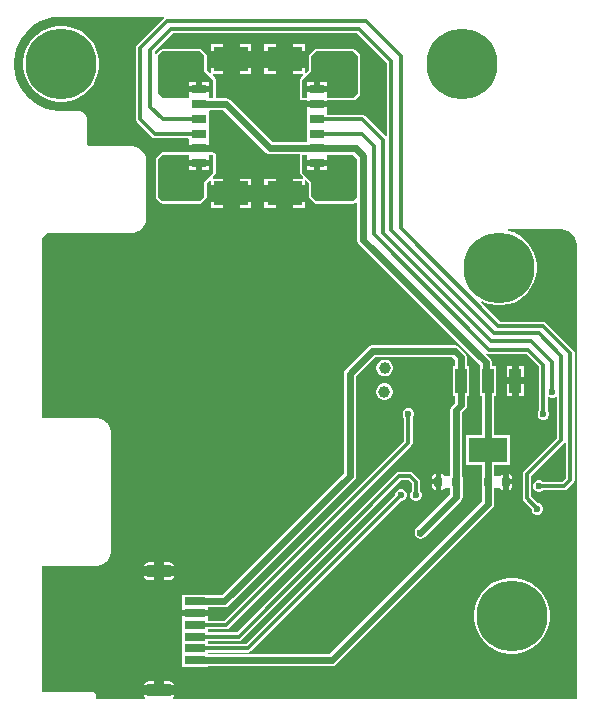
<source format=gtl>
G04*
<<<<<<< HEAD
G04 #@! TF.GenerationSoftware,Altium Limited,Altium Designer,24.2.2 (26)*
=======
G04 #@! TF.GenerationSoftware,Altium Limited,Altium Designer,25.1.2 (22)*
>>>>>>> 613e14270cc375eb23a491e7e857863a29f37ea3
G04*
G04 Layer_Physical_Order=1*
G04 Layer_Color=255*
%FSLAX43Y43*%
%MOMM*%
G71*
G04*
<<<<<<< HEAD
G04 #@! TF.SameCoordinates,7AFD8296-B205-43B3-A86C-D23401984E65*
=======
G04 #@! TF.SameCoordinates,67CE9ABA-0E76-4F11-AB49-B23C2CE43B64*
>>>>>>> 613e14270cc375eb23a491e7e857863a29f37ea3
G04*
G04*
G04 #@! TF.FilePolarity,Positive*
G04*
G01*
G75*
%ADD22R,3.300X2.150*%
%ADD23R,1.000X2.150*%
%ADD24R,1.300X0.800*%
%ADD25R,3.000X2.100*%
%ADD26R,1.800X0.700*%
G04:AMPARAMS|DCode=27|XSize=1.1mm|YSize=2.2mm|CornerRadius=0.275mm|HoleSize=0mm|Usage=FLASHONLY|Rotation=90.000|XOffset=0mm|YOffset=0mm|HoleType=Round|Shape=RoundedRectangle|*
%AMROUNDEDRECTD27*
21,1,1.100,1.650,0,0,90.0*
21,1,0.550,2.200,0,0,90.0*
1,1,0.550,0.825,0.275*
1,1,0.550,0.825,-0.275*
1,1,0.550,-0.825,-0.275*
1,1,0.550,-0.825,0.275*
%
%ADD27ROUNDEDRECTD27*%
G04:AMPARAMS|DCode=28|XSize=0.7mm|YSize=1mm|CornerRadius=0.175mm|HoleSize=0mm|Usage=FLASHONLY|Rotation=180.000|XOffset=0mm|YOffset=0mm|HoleType=Round|Shape=RoundedRectangle|*
%AMROUNDEDRECTD28*
21,1,0.700,0.650,0,0,180.0*
21,1,0.350,1.000,0,0,180.0*
1,1,0.350,-0.175,0.325*
1,1,0.350,0.175,0.325*
1,1,0.350,0.175,-0.325*
1,1,0.350,-0.175,-0.325*
%
%ADD28ROUNDEDRECTD28*%
%ADD29C,0.600*%
%ADD30C,0.300*%
%ADD31C,6.000*%
%ADD32C,1.000*%
%ADD33C,0.600*%
G36*
X16378Y54731D02*
Y53461D01*
X17140Y52699D01*
Y51175D01*
X16782D01*
X16758Y51290D01*
X16758Y51365D01*
Y51625D01*
X15908D01*
X15058D01*
Y51365D01*
X15058Y51300D01*
X15034Y51175D01*
X12822Y51175D01*
X12441Y51556D01*
Y54731D01*
X12822Y55112D01*
X15997D01*
X16378Y54731D01*
D02*
G37*
G36*
X31838Y54145D02*
Y47964D01*
X31713Y47913D01*
X29983Y49642D01*
X29868Y49720D01*
X29731Y49747D01*
X26846D01*
X26758Y49835D01*
X26758Y49990D01*
X26758Y50115D01*
Y50375D01*
X25908D01*
X25058D01*
Y50115D01*
X25058Y50040D01*
X25058Y49915D01*
Y48790D01*
X25058D01*
X25058Y48740D01*
X25058D01*
Y47615D01*
X25058Y47488D01*
X24970Y47400D01*
X22155D01*
X18554Y51000D01*
X18389Y51111D01*
X18194Y51150D01*
X17365D01*
X17344Y51175D01*
Y52699D01*
X17328Y52777D01*
X17284Y52843D01*
X17062Y53065D01*
X17114Y53190D01*
X17958D01*
Y53740D01*
X16958D01*
Y53346D01*
X16833Y53294D01*
X16582Y53545D01*
Y54731D01*
X16582Y54731D01*
X16566Y54809D01*
X16522Y54875D01*
X16522Y54875D01*
X16141Y55256D01*
X16075Y55300D01*
X15997Y55316D01*
X12822D01*
X12822Y55316D01*
X12744Y55300D01*
X12678Y55256D01*
X12678Y55256D01*
X12297Y54875D01*
X12297Y54875D01*
X12293Y54869D01*
X12168Y54907D01*
Y55097D01*
X13737Y56666D01*
X29316D01*
X31838Y54145D01*
D02*
G37*
G36*
X29335Y46014D02*
Y42759D01*
X28994Y42418D01*
X25819D01*
X25438Y42799D01*
X25438Y44069D01*
X24676Y44831D01*
Y46355D01*
X25034D01*
X25058Y46240D01*
X25058Y46165D01*
Y45905D01*
X25908D01*
X26758D01*
Y46165D01*
X26758Y46240D01*
X26782Y46355D01*
X28994D01*
X29335Y46014D01*
D02*
G37*
G36*
X12980Y57926D02*
X12956Y57910D01*
X10670Y55624D01*
X10592Y55509D01*
X10565Y55372D01*
Y49403D01*
X10592Y49266D01*
X10670Y49151D01*
X11933Y47888D01*
X12048Y47810D01*
X12185Y47783D01*
X14970D01*
X15058Y47695D01*
Y47615D01*
X15058Y47490D01*
X15058Y47415D01*
Y47155D01*
X15908D01*
X16758D01*
Y47415D01*
X16758Y47540D01*
X16758Y47615D01*
Y48740D01*
X16758D01*
X16758Y48790D01*
X16758D01*
X16758Y50042D01*
X16846Y50130D01*
X17983D01*
X21584Y46530D01*
X21749Y46419D01*
X21944Y46380D01*
X24451D01*
X24472Y46355D01*
Y44831D01*
X24488Y44753D01*
X24532Y44687D01*
X24754Y44465D01*
X24702Y44340D01*
X23858D01*
Y43790D01*
X24858D01*
Y44184D01*
X24983Y44236D01*
X25234Y43985D01*
X25234Y42799D01*
X25250Y42721D01*
X25294Y42655D01*
X25675Y42274D01*
X25741Y42230D01*
X25819Y42214D01*
X28994D01*
X29072Y42230D01*
X29138Y42274D01*
X29220Y42355D01*
X29335Y42307D01*
Y39116D01*
X29374Y38921D01*
X29485Y38756D01*
X39685Y28555D01*
Y27414D01*
X39695Y27365D01*
Y25939D01*
X39885D01*
Y22639D01*
X38545D01*
Y20089D01*
X39885D01*
Y19168D01*
X39867Y19140D01*
X39838Y18994D01*
Y18344D01*
X39867Y18198D01*
X39885Y18170D01*
Y16984D01*
X26961Y4060D01*
X16698D01*
Y4193D01*
X20044D01*
X20181Y4220D01*
X20296Y4298D01*
X33025Y17026D01*
X33119D01*
X33303Y17102D01*
X33444Y17243D01*
X33520Y17427D01*
Y17625D01*
X33444Y17809D01*
X33303Y17950D01*
X33119Y18026D01*
X32921D01*
X32737Y17950D01*
X32596Y17809D01*
X32520Y17625D01*
Y17531D01*
X19896Y4907D01*
X16698D01*
Y5193D01*
X19266D01*
X19403Y5220D01*
X19518Y5298D01*
X32998Y18777D01*
X33677D01*
X33933Y18521D01*
Y17876D01*
X33866Y17809D01*
X33790Y17625D01*
Y17427D01*
X33866Y17243D01*
X34007Y17102D01*
X34191Y17026D01*
X34389D01*
X34573Y17102D01*
X34714Y17243D01*
X34790Y17427D01*
Y17625D01*
X34714Y17809D01*
X34647Y17876D01*
Y18669D01*
X34620Y18806D01*
X34542Y18921D01*
X34078Y19386D01*
X33962Y19463D01*
X33825Y19491D01*
X32850D01*
X32713Y19463D01*
X32597Y19386D01*
X19118Y5907D01*
X16698D01*
Y6193D01*
X18234D01*
X18371Y6220D01*
X18486Y6298D01*
X33907Y21719D01*
X33985Y21834D01*
X34012Y21971D01*
Y24034D01*
X34079Y24101D01*
X34155Y24285D01*
Y24483D01*
X34079Y24667D01*
X33938Y24808D01*
X33754Y24884D01*
X33556D01*
X33372Y24808D01*
X33231Y24667D01*
X33155Y24483D01*
Y24285D01*
X33231Y24101D01*
X33298Y24034D01*
Y22119D01*
X18086Y6907D01*
X16698D01*
Y7320D01*
X15598D01*
X14498D01*
Y7000D01*
Y6000D01*
Y5000D01*
Y4000D01*
Y3000D01*
X16698D01*
Y3040D01*
X27172D01*
X27367Y3079D01*
X27532Y3190D01*
X40755Y16413D01*
X40866Y16578D01*
X40905Y16773D01*
Y18169D01*
X41386D01*
X41450Y18074D01*
X41574Y17991D01*
X41665Y17973D01*
Y18669D01*
X41895D01*
D01*
X41665D01*
Y19365D01*
X41574Y19347D01*
X41450Y19264D01*
X41386Y19169D01*
X40905D01*
Y20089D01*
X42245D01*
Y22639D01*
X40905D01*
Y25939D01*
X41095D01*
Y28489D01*
X40705D01*
Y28766D01*
X40666Y28961D01*
X40555Y29126D01*
X40197Y29485D01*
X40277Y29582D01*
X40376Y29515D01*
X40513Y29488D01*
X43667D01*
X44728Y28427D01*
Y24734D01*
X44661Y24667D01*
X44585Y24483D01*
Y24285D01*
X44661Y24101D01*
X44802Y23960D01*
X44986Y23884D01*
X45184D01*
X45368Y23960D01*
X45509Y24101D01*
X45585Y24285D01*
Y24483D01*
X45509Y24667D01*
X45442Y24734D01*
Y25824D01*
X45557Y25872D01*
X45564Y25865D01*
X45748Y25789D01*
X45946D01*
X46130Y25865D01*
X46137Y25872D01*
X46252Y25824D01*
Y22373D01*
X43436Y19556D01*
X43358Y19441D01*
X43331Y19304D01*
Y17272D01*
X43358Y17135D01*
X43436Y17020D01*
X44077Y16378D01*
Y16284D01*
X44153Y16100D01*
X44294Y15959D01*
X44478Y15883D01*
X44676D01*
X44860Y15959D01*
X45001Y16100D01*
X45077Y16284D01*
Y16482D01*
X45001Y16666D01*
X44860Y16807D01*
X44676Y16883D01*
X44582D01*
X44045Y17420D01*
Y19156D01*
X46861Y21973D01*
X46889Y22014D01*
X47014Y21976D01*
Y18944D01*
X46715Y18645D01*
X45054D01*
X44987Y18712D01*
X44803Y18788D01*
X44605D01*
X44421Y18712D01*
X44280Y18571D01*
X44204Y18387D01*
Y18189D01*
X44280Y18005D01*
X44421Y17864D01*
X44605Y17788D01*
X44803D01*
X44987Y17864D01*
X45054Y17931D01*
X46863D01*
X47000Y17958D01*
X47115Y18036D01*
X47623Y18544D01*
X47701Y18659D01*
X47728Y18796D01*
Y29591D01*
X47701Y29728D01*
X47623Y29843D01*
X45337Y32129D01*
X45222Y32207D01*
X45085Y32234D01*
X41423D01*
X39804Y33853D01*
X39878Y33955D01*
X40103Y33841D01*
X40582Y33685D01*
X41079Y33606D01*
X41583D01*
X42081Y33685D01*
X42560Y33841D01*
X43008Y34069D01*
X43416Y34366D01*
X43772Y34722D01*
X44068Y35129D01*
X44297Y35578D01*
X44452Y36057D01*
X44531Y36555D01*
Y37058D01*
X44452Y37556D01*
X44297Y38035D01*
X44068Y38484D01*
X43772Y38891D01*
X43416Y39247D01*
X43008Y39543D01*
X42560Y39772D01*
X42081Y39928D01*
X42097Y40051D01*
X46456D01*
X46598D01*
X46878Y39996D01*
X47141Y39887D01*
X47377Y39729D01*
X47579Y39528D01*
X47737Y39291D01*
X47846Y39028D01*
X47901Y38749D01*
X47901Y38606D01*
X47901Y261D01*
X13759D01*
X13722Y364D01*
X13718Y386D01*
X13820Y540D01*
X13826Y570D01*
X12548D01*
X11270D01*
X11276Y540D01*
X11378Y386D01*
X11374Y364D01*
X11337Y261D01*
X7197D01*
Y606D01*
X7178Y704D01*
X7122Y787D01*
X7040Y842D01*
X6942Y861D01*
X2608D01*
Y11551D01*
X7206D01*
X7213Y11553D01*
X7219Y11552D01*
X7317Y11557D01*
X7335Y11561D01*
X7354D01*
X7546Y11599D01*
X7570Y11609D01*
X7594Y11614D01*
X7775Y11689D01*
X7796Y11703D01*
X7819Y11712D01*
X7982Y11821D01*
X8000Y11839D01*
X8021Y11853D01*
X8160Y11992D01*
X8174Y12013D01*
X8191Y12030D01*
X8300Y12193D01*
X8310Y12217D01*
X8324Y12237D01*
X8399Y12419D01*
X8404Y12443D01*
X8413Y12466D01*
X8452Y12659D01*
Y12677D01*
X8456Y12696D01*
X8461Y12794D01*
X8460Y12800D01*
X8461Y12806D01*
Y22806D01*
X8460Y22813D01*
X8461Y22819D01*
X8456Y22917D01*
X8452Y22935D01*
Y22954D01*
X8413Y23146D01*
X8404Y23170D01*
X8399Y23194D01*
X8324Y23375D01*
X8310Y23396D01*
X8300Y23419D01*
X8191Y23582D01*
X8174Y23600D01*
X8160Y23621D01*
X8021Y23760D01*
X8000Y23774D01*
X7982Y23791D01*
X7819Y23900D01*
X7796Y23910D01*
X7775Y23924D01*
X7594Y23999D01*
X7570Y24004D01*
X7546Y24013D01*
X7354Y24052D01*
X7335D01*
X7317Y24056D01*
X7219Y24061D01*
X7213Y24060D01*
X7206Y24061D01*
X2608D01*
Y39006D01*
X2608Y39080D01*
X2637Y39224D01*
X2693Y39359D01*
X2774Y39481D01*
X2878Y39585D01*
X3000Y39667D01*
X3136Y39723D01*
X3280Y39751D01*
X3353Y39751D01*
X10206D01*
X10213Y39753D01*
X10219Y39752D01*
X10317Y39757D01*
X10335Y39761D01*
X10354D01*
X10546Y39799D01*
X10570Y39809D01*
X10594Y39814D01*
X10775Y39889D01*
X10796Y39903D01*
X10819Y39912D01*
X10982Y40021D01*
X11000Y40039D01*
X11021Y40053D01*
X11160Y40192D01*
X11174Y40213D01*
X11191Y40230D01*
X11300Y40393D01*
X11310Y40417D01*
X11324Y40437D01*
X11399Y40619D01*
X11404Y40643D01*
X11413Y40666D01*
X11452Y40859D01*
Y40877D01*
X11456Y40896D01*
X11461Y40994D01*
X11460Y41000D01*
X11461Y41006D01*
Y45806D01*
X11460Y45813D01*
X11461Y45819D01*
X11456Y45917D01*
X11452Y45935D01*
Y45954D01*
X11413Y46146D01*
X11404Y46170D01*
X11399Y46194D01*
X11324Y46375D01*
X11310Y46396D01*
X11300Y46419D01*
X11191Y46582D01*
X11174Y46600D01*
X11160Y46621D01*
X11021Y46760D01*
X11000Y46774D01*
X10982Y46791D01*
X10819Y46900D01*
X10796Y46910D01*
X10775Y46924D01*
X10594Y46999D01*
X10570Y47004D01*
X10546Y47013D01*
X10354Y47052D01*
X10335D01*
X10317Y47056D01*
X10219Y47061D01*
X10213Y47060D01*
X10206Y47061D01*
X6691Y47061D01*
X6686Y47061D01*
X6679Y47062D01*
X6671Y47063D01*
X6663Y47063D01*
X6654Y47065D01*
X6640Y47067D01*
X6631Y47069D01*
X6622Y47071D01*
X6614Y47073D01*
X6606Y47076D01*
X6599Y47078D01*
X6592Y47080D01*
X6587Y47083D01*
X6581Y47085D01*
X6575Y47088D01*
X6568Y47092D01*
X6560Y47096D01*
X6552Y47101D01*
X6544Y47106D01*
X6536Y47111D01*
X6526Y47119D01*
X6517Y47125D01*
X6510Y47131D01*
X6504Y47137D01*
X6499Y47142D01*
X6493Y47148D01*
X6488Y47155D01*
X6482Y47162D01*
X6475Y47172D01*
X6471Y47178D01*
X6465Y47186D01*
X6460Y47195D01*
X6456Y47203D01*
X6452Y47209D01*
X6450Y47215D01*
X6447Y47220D01*
X6446Y47225D01*
X6444Y47231D01*
X6441Y47238D01*
X6439Y47246D01*
X6437Y47256D01*
X6435Y47265D01*
X6433Y47275D01*
X6432Y47284D01*
X6431Y47289D01*
X6431Y47296D01*
X6431Y47301D01*
X6430Y47309D01*
X6430Y49310D01*
X6430Y49313D01*
X6430Y49317D01*
X6430Y49330D01*
X6429Y49334D01*
X6430Y49338D01*
X6429Y49352D01*
X6428Y49356D01*
X6428Y49360D01*
X6427Y49372D01*
X6426Y49376D01*
X6426Y49379D01*
X6425Y49392D01*
X6424Y49395D01*
X6424Y49398D01*
X6422Y49411D01*
X6421Y49415D01*
X6421Y49419D01*
X6418Y49437D01*
X6417Y49441D01*
X6417Y49445D01*
X6413Y49463D01*
X6411Y49467D01*
X6411Y49470D01*
X6408Y49484D01*
X6407Y49487D01*
X6407Y49490D01*
X6403Y49504D01*
X6401Y49508D01*
X6401Y49512D01*
X6396Y49528D01*
X6394Y49532D01*
X6393Y49536D01*
X6389Y49550D01*
X6386Y49554D01*
X6386Y49558D01*
X6381Y49571D01*
X6379Y49575D01*
X6378Y49579D01*
X6373Y49592D01*
X6370Y49596D01*
X6369Y49600D01*
X6363Y49614D01*
X6361Y49617D01*
X6359Y49622D01*
X6352Y49637D01*
X6349Y49640D01*
X6348Y49644D01*
X6340Y49659D01*
X6338Y49662D01*
X6336Y49666D01*
X6327Y49681D01*
X6325Y49685D01*
X6323Y49689D01*
X6313Y49704D01*
X6311Y49707D01*
X6309Y49711D01*
X6300Y49725D01*
X6297Y49728D01*
X6295Y49731D01*
X6284Y49746D01*
X6281Y49750D01*
X6279Y49754D01*
X6265Y49771D01*
X6261Y49775D01*
X6259Y49779D01*
X6247Y49794D01*
X6243Y49797D01*
X6240Y49801D01*
X6227Y49816D01*
X6223Y49819D01*
X6220Y49824D01*
X6206Y49838D01*
X6201Y49841D01*
X6198Y49846D01*
X6185Y49858D01*
X6180Y49860D01*
X6177Y49864D01*
X6163Y49877D01*
X6159Y49879D01*
X6155Y49883D01*
X6142Y49894D01*
X6138Y49896D01*
X6135Y49899D01*
X6121Y49909D01*
X6118Y49911D01*
X6115Y49914D01*
X6099Y49924D01*
X6095Y49926D01*
X6093Y49929D01*
X6078Y49938D01*
X6074Y49940D01*
X6071Y49942D01*
X6055Y49953D01*
X6050Y49954D01*
X6047Y49957D01*
X6031Y49966D01*
X6027Y49967D01*
X6024Y49970D01*
X6009Y49978D01*
X6005Y49979D01*
X6002Y49981D01*
X5989Y49987D01*
X5985Y49988D01*
X5982Y49991D01*
X5968Y49997D01*
X5963Y49998D01*
X5960Y50000D01*
X5946Y50006D01*
X5942Y50007D01*
X5938Y50009D01*
X5925Y50014D01*
X5921Y50015D01*
X5918Y50016D01*
X5904Y50021D01*
X5901Y50021D01*
X5897Y50023D01*
X5884Y50027D01*
X5880Y50028D01*
X5877Y50029D01*
X5863Y50033D01*
X5860Y50033D01*
X5857Y50035D01*
X5842Y50038D01*
X5838Y50039D01*
X5835Y50040D01*
X5822Y50043D01*
X5819Y50043D01*
X5815Y50044D01*
X5795Y50048D01*
X5790Y50048D01*
X5786Y50050D01*
X5765Y50053D01*
X5761Y50053D01*
X5757Y50054D01*
X5743Y50056D01*
X5740Y50056D01*
X5737Y50057D01*
X5724Y50058D01*
X5720Y50058D01*
X5717Y50059D01*
X5701Y50060D01*
X5697Y50059D01*
X5693Y50060D01*
X5679Y50061D01*
X5676Y50060D01*
X5672Y50061D01*
X5658Y50061D01*
X5656Y50061D01*
X5654Y50061D01*
X3994D01*
X3475Y50130D01*
X2969Y50265D01*
X2486Y50466D01*
X2032Y50727D01*
X1617Y51046D01*
X1246Y51417D01*
X927Y51832D01*
X666Y52286D01*
X465Y52769D01*
X330Y53275D01*
X261Y53795D01*
X261Y54318D01*
X330Y54837D01*
X465Y55343D01*
X666Y55827D01*
X927Y56281D01*
X1246Y56696D01*
X1617Y57066D01*
X2032Y57385D01*
X2486Y57647D01*
X2969Y57848D01*
X3475Y57983D01*
X3994Y58051D01*
X12942D01*
X12980Y57926D01*
D02*
G37*
%LPC*%
G36*
X16758Y52490D02*
X16173D01*
Y52155D01*
X16758D01*
Y52490D01*
D02*
G37*
G36*
X15643D02*
X15058D01*
Y52155D01*
X15643D01*
Y52490D01*
D02*
G37*
G36*
X20358Y55690D02*
X19358D01*
Y55140D01*
X20358D01*
Y55690D01*
D02*
G37*
G36*
X24858D02*
X23858D01*
Y55140D01*
X24858D01*
Y55690D01*
D02*
G37*
G36*
X22458D02*
X21458D01*
Y55140D01*
X22458D01*
Y55690D01*
D02*
G37*
G36*
X17958D02*
X16958D01*
Y55140D01*
X17958D01*
Y55690D01*
D02*
G37*
G36*
X28994Y55316D02*
X25819D01*
X25741Y55300D01*
X25675Y55256D01*
X25675Y55256D01*
X25294Y54875D01*
X25294Y54875D01*
X25250Y54809D01*
X25234Y54731D01*
Y53545D01*
X24983Y53294D01*
X24858Y53346D01*
Y53740D01*
X23858D01*
Y53190D01*
X24702D01*
X24754Y53065D01*
X24532Y52843D01*
X24488Y52777D01*
X24472Y52699D01*
Y51175D01*
X24488Y51097D01*
X24532Y51031D01*
X24598Y50987D01*
X24676Y50971D01*
X25034D01*
X25047Y50905D01*
X25908D01*
X26769D01*
X26782Y50971D01*
X28994D01*
X28994Y50971D01*
X29072Y50987D01*
X29138Y51031D01*
X29519Y51412D01*
X29519Y51412D01*
X29563Y51478D01*
X29579Y51556D01*
X29579Y54731D01*
X29563Y54809D01*
X29519Y54875D01*
X29138Y55256D01*
X29072Y55300D01*
X28994Y55316D01*
D02*
G37*
G36*
X22458Y53740D02*
X21458D01*
Y53190D01*
X22458D01*
Y53740D01*
D02*
G37*
G36*
X20358D02*
X19358D01*
Y53190D01*
X20358D01*
Y53740D01*
D02*
G37*
%LPD*%
G36*
X29375Y54731D02*
X29375Y51556D01*
X28994Y51175D01*
X26782D01*
X26758Y51290D01*
X26758Y51365D01*
Y51625D01*
X25908D01*
X25058D01*
Y51365D01*
X25058Y51290D01*
X25034Y51175D01*
X24676D01*
Y52699D01*
X25438Y53461D01*
Y54731D01*
X25819Y55112D01*
X28994D01*
X29375Y54731D01*
D02*
G37*
%LPC*%
G36*
X26758Y52490D02*
X26173D01*
Y52155D01*
X26758D01*
Y52490D01*
D02*
G37*
G36*
X25643D02*
X25058D01*
Y52155D01*
X25643D01*
Y52490D01*
D02*
G37*
G36*
X26758Y45375D02*
X26173D01*
Y45040D01*
X26758D01*
Y45375D01*
D02*
G37*
G36*
X25643D02*
X25058D01*
Y45040D01*
X25643D01*
Y45375D01*
D02*
G37*
G36*
X4508Y57256D02*
X4004D01*
X3507Y57178D01*
X3028Y57022D01*
X2579Y56793D01*
X2172Y56497D01*
X1816Y56141D01*
X1519Y55734D01*
X1291Y55285D01*
X1135Y54806D01*
X1056Y54308D01*
Y53805D01*
X1135Y53307D01*
X1291Y52828D01*
X1519Y52379D01*
X1816Y51972D01*
X2172Y51616D01*
X2579Y51319D01*
X3028Y51091D01*
X3507Y50935D01*
X4004Y50856D01*
X4508D01*
X5006Y50935D01*
X5485Y51091D01*
X5934Y51319D01*
X6341Y51616D01*
X6697Y51972D01*
X6993Y52379D01*
X7222Y52828D01*
X7378Y53307D01*
X7456Y53805D01*
Y54308D01*
X7378Y54806D01*
X7222Y55285D01*
X6993Y55734D01*
X6697Y56141D01*
X6341Y56497D01*
X5934Y56793D01*
X5485Y57022D01*
X5006Y57178D01*
X4508Y57256D01*
D02*
G37*
G36*
X16769Y46625D02*
X15908D01*
X15005D01*
X14933Y46559D01*
X12822Y46559D01*
X12822Y46559D01*
X12744Y46543D01*
X12678Y46499D01*
X12297Y46118D01*
X12297Y46118D01*
X12253Y46052D01*
X12237Y45974D01*
Y42799D01*
X12253Y42721D01*
X12297Y42655D01*
X12297Y42655D01*
X12678Y42274D01*
X12678Y42274D01*
X12744Y42230D01*
X12822Y42214D01*
X15997D01*
X16075Y42230D01*
X16141Y42274D01*
X16141Y42274D01*
X16522Y42655D01*
X16522Y42655D01*
X16566Y42721D01*
X16582Y42799D01*
Y43985D01*
X16833Y44236D01*
X16958Y44184D01*
Y43790D01*
X17958D01*
Y44340D01*
X17114D01*
X17062Y44465D01*
X17284Y44687D01*
X17328Y44753D01*
X17344Y44831D01*
Y46355D01*
X17328Y46433D01*
X17284Y46499D01*
X17218Y46543D01*
X17140Y46559D01*
X16782D01*
X16769Y46625D01*
D02*
G37*
G36*
X20358Y44340D02*
X19358D01*
Y43790D01*
X20358D01*
Y44340D01*
D02*
G37*
G36*
X22458D02*
X21458D01*
Y43790D01*
X22458D01*
Y44340D01*
D02*
G37*
G36*
X24858Y42390D02*
X23858D01*
Y41840D01*
X24858D01*
Y42390D01*
D02*
G37*
G36*
X22458D02*
X21458D01*
Y41840D01*
X22458D01*
Y42390D01*
D02*
G37*
G36*
X20358D02*
X19358D01*
Y41840D01*
X20358D01*
Y42390D01*
D02*
G37*
G36*
X17958D02*
X16958D01*
Y41840D01*
X17958D01*
Y42390D01*
D02*
G37*
G36*
X31736Y29000D02*
X31551D01*
X31373Y28953D01*
X31214Y28861D01*
X31083Y28730D01*
X30991Y28571D01*
X30944Y28393D01*
Y28208D01*
X30991Y28030D01*
X31083Y27871D01*
X31214Y27740D01*
X31373Y27648D01*
X31551Y27600D01*
X31736D01*
X31914Y27648D01*
X32073Y27740D01*
X32204Y27871D01*
X32296Y28030D01*
X32344Y28208D01*
Y28393D01*
X32296Y28571D01*
X32204Y28730D01*
X32073Y28861D01*
X31914Y28953D01*
X31736Y29000D01*
D02*
G37*
G36*
X43395Y28489D02*
X42995D01*
Y27514D01*
X43395D01*
Y28489D01*
D02*
G37*
G36*
X42395D02*
X41995D01*
Y27514D01*
X42395D01*
Y28489D01*
D02*
G37*
G36*
X43395Y26914D02*
X42995D01*
Y25939D01*
X43395D01*
Y26914D01*
D02*
G37*
G36*
X42395D02*
X41995D01*
Y25939D01*
X42395D01*
Y26914D01*
D02*
G37*
G36*
X31715Y26989D02*
X31531D01*
X31353Y26941D01*
X31193Y26849D01*
X31063Y26719D01*
X30971Y26559D01*
X30923Y26381D01*
Y26197D01*
X30971Y26019D01*
X31063Y25859D01*
X31193Y25729D01*
X31353Y25637D01*
X31531Y25589D01*
X31715D01*
X31893Y25637D01*
X32053Y25729D01*
X32183Y25859D01*
X32275Y26019D01*
X32323Y26197D01*
Y26381D01*
X32275Y26559D01*
X32183Y26719D01*
X32053Y26849D01*
X31893Y26941D01*
X31715Y26989D01*
D02*
G37*
G36*
X37592Y30228D02*
X30607D01*
X30412Y30189D01*
X30247Y30078D01*
X28342Y28173D01*
X28231Y28008D01*
X28192Y27813D01*
Y19388D01*
X17864Y9060D01*
X16698D01*
Y9100D01*
X14498D01*
Y8000D01*
Y7780D01*
X15598D01*
X16698D01*
Y8040D01*
X18075D01*
X18270Y8079D01*
X18435Y8190D01*
X29062Y18817D01*
X29173Y18982D01*
X29212Y19177D01*
Y27602D01*
X30818Y29208D01*
X37381D01*
X37585Y29004D01*
Y28489D01*
X37395D01*
Y25939D01*
X37590D01*
Y25357D01*
X37335Y25101D01*
X37224Y24936D01*
X37185Y24741D01*
Y19169D01*
X36704D01*
X36640Y19264D01*
X36516Y19347D01*
X36425Y19365D01*
Y18669D01*
Y17973D01*
X36516Y17991D01*
X36640Y18074D01*
X36704Y18169D01*
X37186D01*
X37209Y18134D01*
Y17610D01*
X34311Y14711D01*
X34283Y14670D01*
X34247Y14634D01*
X34228Y14588D01*
X34200Y14546D01*
X34190Y14497D01*
X34171Y14450D01*
Y14400D01*
X34161Y14351D01*
X34171Y14302D01*
Y14252D01*
X34190Y14205D01*
X34200Y14156D01*
X34228Y14114D01*
X34247Y14068D01*
X34283Y14032D01*
X34311Y13991D01*
X34352Y13963D01*
X34388Y13927D01*
X34434Y13908D01*
X34476Y13880D01*
X34525Y13870D01*
X34572Y13851D01*
X34622D01*
X34671Y13841D01*
X34720Y13851D01*
X34770D01*
X34817Y13870D01*
X34866Y13880D01*
X34908Y13908D01*
X34954Y13927D01*
X34990Y13963D01*
X35031Y13991D01*
X38079Y17039D01*
X38190Y17204D01*
X38229Y17399D01*
Y18226D01*
X38252Y18344D01*
Y18994D01*
X38223Y19140D01*
X38205Y19168D01*
Y24530D01*
X38460Y24786D01*
X38571Y24951D01*
X38610Y25146D01*
Y25939D01*
X38795D01*
Y28489D01*
X38605D01*
Y29215D01*
X38566Y29410D01*
X38455Y29575D01*
X37952Y30078D01*
X37787Y30189D01*
X37592Y30228D01*
D02*
G37*
G36*
X42125Y19365D02*
Y18899D01*
X42452D01*
Y18994D01*
X42423Y19140D01*
X42340Y19264D01*
X42216Y19347D01*
X42125Y19365D01*
D02*
G37*
G36*
X35965D02*
X35874Y19347D01*
X35750Y19264D01*
X35667Y19140D01*
X35638Y18994D01*
Y18899D01*
X35965D01*
Y19365D01*
D02*
G37*
G36*
X42452Y18439D02*
X42125D01*
Y17973D01*
X42216Y17991D01*
X42340Y18074D01*
X42423Y18198D01*
X42452Y18344D01*
Y18439D01*
D02*
G37*
G36*
X35965D02*
X35638D01*
Y18344D01*
X35667Y18198D01*
X35750Y18074D01*
X35874Y17991D01*
X35965Y17973D01*
Y18439D01*
D02*
G37*
G36*
X13373Y11859D02*
X12978D01*
Y11530D01*
X13826D01*
X13820Y11560D01*
X13715Y11717D01*
X13558Y11822D01*
X13373Y11859D01*
D02*
G37*
G36*
X12118D02*
X11723D01*
X11538Y11822D01*
X11381Y11717D01*
X11276Y11560D01*
X11270Y11530D01*
X12118D01*
Y11859D01*
D02*
G37*
G36*
X13826Y10670D02*
X12978D01*
Y10341D01*
X13373D01*
X13558Y10378D01*
X13715Y10483D01*
X13820Y10640D01*
X13826Y10670D01*
D02*
G37*
G36*
X12118D02*
X11270D01*
X11276Y10640D01*
X11381Y10483D01*
X11538Y10378D01*
X11723Y10341D01*
X12118D01*
Y10670D01*
D02*
G37*
G36*
X42658Y10516D02*
X42154D01*
X41657Y10438D01*
X41178Y10282D01*
X40729Y10053D01*
X40322Y9757D01*
X39966Y9401D01*
X39669Y8994D01*
X39441Y8545D01*
X39285Y8066D01*
X39206Y7568D01*
Y7064D01*
X39285Y6567D01*
X39441Y6088D01*
X39669Y5639D01*
X39966Y5232D01*
X40322Y4876D01*
X40729Y4579D01*
X41178Y4351D01*
X41657Y4195D01*
X42154Y4116D01*
X42658D01*
X43156Y4195D01*
X43635Y4351D01*
X44084Y4579D01*
X44491Y4876D01*
X44847Y5232D01*
X45143Y5639D01*
X45372Y6088D01*
X45528Y6567D01*
X45606Y7064D01*
Y7568D01*
X45528Y8066D01*
X45372Y8545D01*
X45143Y8994D01*
X44847Y9401D01*
X44491Y9757D01*
X44084Y10053D01*
X43635Y10282D01*
X43156Y10438D01*
X42658Y10516D01*
D02*
G37*
G36*
X13373Y1759D02*
X12978D01*
Y1430D01*
X13826D01*
X13820Y1460D01*
X13715Y1617D01*
X13558Y1722D01*
X13373Y1759D01*
D02*
G37*
G36*
X12118D02*
X11723D01*
X11538Y1722D01*
X11381Y1617D01*
X11276Y1460D01*
X11270Y1430D01*
X12118D01*
Y1759D01*
D02*
G37*
%LPD*%
G36*
X15034Y46355D02*
X15058Y46240D01*
X15058Y46165D01*
Y45905D01*
X15908D01*
X16758D01*
Y46165D01*
X16758Y46230D01*
X16782Y46355D01*
X17140D01*
Y44831D01*
X16378Y44069D01*
Y42799D01*
X15997Y42418D01*
X12822D01*
X12441Y42799D01*
Y45974D01*
X12822Y46355D01*
X15034Y46355D01*
D02*
G37*
%LPC*%
G36*
X16758Y45375D02*
X16173D01*
Y45040D01*
X16758D01*
Y45375D01*
D02*
G37*
G36*
X15643D02*
X15058D01*
Y45040D01*
X15643D01*
Y45375D01*
D02*
G37*
%LPD*%
D22*
X40395Y21364D02*
D03*
D23*
X38095Y27214D02*
D03*
X40395D02*
D03*
X42695D02*
D03*
D24*
X15908Y51890D02*
D03*
Y50640D02*
D03*
Y49390D02*
D03*
X15908Y48140D02*
D03*
X15908Y45640D02*
D03*
Y46890D02*
D03*
X25908Y45640D02*
D03*
Y46890D02*
D03*
X25908Y48140D02*
D03*
X25908Y49390D02*
D03*
Y51890D02*
D03*
Y50640D02*
D03*
D25*
X18658Y54440D02*
D03*
Y43090D02*
D03*
X23158D02*
D03*
Y54440D02*
D03*
D26*
X15598Y8550D02*
D03*
Y5550D02*
D03*
Y6550D02*
D03*
Y3550D02*
D03*
Y4550D02*
D03*
Y7550D02*
D03*
D27*
X12548Y11100D02*
D03*
Y1000D02*
D03*
D28*
X40395Y18669D02*
D03*
X41895D02*
D03*
X37695D02*
D03*
X36195D02*
D03*
D29*
X28702Y27813D02*
X30607Y29718D01*
X28702Y19177D02*
Y27813D01*
X30607Y29718D02*
X37592D01*
X18075Y8550D02*
X28702Y19177D01*
X29845Y39116D02*
X40195Y28766D01*
X40395Y21364D02*
Y27214D01*
X40195Y27414D02*
Y28766D01*
Y27414D02*
X40395Y27214D01*
X29845Y39116D02*
Y46228D01*
X29183Y46890D02*
X29845Y46228D01*
X25908Y46890D02*
X29183D01*
X18194Y50640D02*
X21944Y46890D01*
X15908Y50640D02*
X18194D01*
X21944Y46890D02*
X25908D01*
X15598Y8550D02*
X18075D01*
X38095Y27214D02*
Y29215D01*
X37592Y29718D02*
X38095Y29215D01*
Y27214D02*
X38100Y27209D01*
Y25146D02*
Y27209D01*
X37695Y24741D02*
X38100Y25146D01*
X37695Y18669D02*
Y24741D01*
X37719Y17399D02*
Y18669D01*
X34671Y14351D02*
X37719Y17399D01*
X40395Y18669D02*
Y21364D01*
Y16773D02*
Y18669D01*
X15598Y3550D02*
X27172D01*
X40395Y16773D01*
D30*
X40640Y30607D02*
X44069D01*
X45847Y26289D02*
Y28829D01*
X44069Y30607D02*
X45847Y28829D01*
X44704Y31242D02*
X46609Y29337D01*
Y22225D02*
Y29337D01*
X40894Y31242D02*
X44704D01*
X47371Y18796D02*
Y29591D01*
X45085Y31877D02*
X47371Y29591D01*
X41275Y31877D02*
X45085D01*
X33020Y40132D02*
X41275Y31877D01*
X33020Y40132D02*
Y54737D01*
X30734Y39624D02*
X40513Y29845D01*
X31496Y39751D02*
Y47625D01*
X32194Y39942D02*
Y54292D01*
Y39942D02*
X40894Y31242D01*
X31496Y39751D02*
X40640Y30607D01*
X40513Y29845D02*
X43815D01*
X45085Y28575D01*
X30734Y39624D02*
Y47117D01*
X30099Y57658D02*
X33020Y54737D01*
X43688Y17272D02*
Y19304D01*
Y17272D02*
X44577Y16383D01*
X43688Y19304D02*
X46609Y22225D01*
X29731Y49390D02*
X31496Y47625D01*
X29464Y57023D02*
X32194Y54292D01*
X13589Y57023D02*
X29464D01*
X11811Y55245D02*
X13589Y57023D01*
X11811Y50419D02*
Y55245D01*
X12840Y49390D02*
X15908D01*
X11811Y50419D02*
X12840Y49390D01*
X13208Y57658D02*
X30099D01*
X12185Y48140D02*
X15908D01*
X10922Y55372D02*
X13208Y57658D01*
X10922Y49403D02*
Y55372D01*
Y49403D02*
X12185Y48140D01*
X44704Y18288D02*
X46863D01*
X47371Y18796D01*
X29711Y48140D02*
X30734Y47117D01*
X25908Y49390D02*
X29731D01*
X25908Y48140D02*
X29711D01*
X45085Y24384D02*
Y28575D01*
X15598Y4550D02*
X20044D01*
X33020Y17526D01*
X33825Y19134D02*
X34290Y18669D01*
X32850Y19134D02*
X33825D01*
X34290Y17526D02*
Y18669D01*
X15598Y5550D02*
X19266D01*
X15598Y6550D02*
X18234D01*
X33655Y21971D01*
X19266Y5550D02*
X32850Y19134D01*
X33655Y21971D02*
Y24384D01*
D31*
X41331Y36806D02*
D03*
X42406Y7316D02*
D03*
X38156Y54056D02*
D03*
X4256D02*
D03*
D32*
X31644Y28300D02*
D03*
X31623Y26289D02*
D03*
D33*
X10541Y6350D02*
D03*
X11176Y6985D02*
D03*
X11811Y5080D02*
D03*
X11176Y5715D02*
D03*
X10541Y7620D02*
D03*
X11811Y7620D02*
D03*
X13081Y7620D02*
D03*
X13081Y6350D02*
D03*
X10541Y5080D02*
D03*
X12446Y6985D02*
D03*
X11811Y6350D02*
D03*
X44577Y14351D02*
D03*
X24257Y17526D02*
D03*
X32258Y14859D02*
D03*
X23241Y37338D02*
D03*
Y40894D02*
D03*
Y45466D02*
D03*
X23876Y50165D02*
D03*
X22860Y49403D02*
D03*
Y50800D02*
D03*
X13843Y47244D02*
D03*
X11938D02*
D03*
X10414Y48133D02*
D03*
X44577Y16383D02*
D03*
X44704Y18288D02*
D03*
X14346Y53207D02*
D03*
X14981Y53842D02*
D03*
X14346Y43053D02*
D03*
X13711Y43688D02*
D03*
X13076Y44323D02*
D03*
Y43053D02*
D03*
Y45593D02*
D03*
X45847Y26289D02*
D03*
X45085Y24384D02*
D03*
X34671Y14351D02*
D03*
X34290Y17526D02*
D03*
X33020D02*
D03*
X33655Y24384D02*
D03*
X13076Y51937D02*
D03*
X15616Y53207D02*
D03*
X15616Y54477D02*
D03*
X14346Y54477D02*
D03*
X13076Y54477D02*
D03*
X13711Y52572D02*
D03*
X14346Y51937D02*
D03*
X13711Y53842D02*
D03*
X13076Y53207D02*
D03*
X14981Y43688D02*
D03*
X13711Y44958D02*
D03*
X15616Y44323D02*
D03*
X14346D02*
D03*
X15616Y43053D02*
D03*
X14346Y45593D02*
D03*
X26200Y54477D02*
D03*
X26835Y53842D02*
D03*
X28105D02*
D03*
X27470Y53207D02*
D03*
X28105Y52572D02*
D03*
X27470Y51937D02*
D03*
X26200Y53207D02*
D03*
X27470Y54477D02*
D03*
X28740Y51937D02*
D03*
Y54477D02*
D03*
Y53207D02*
D03*
X26200Y43053D02*
D03*
X26835Y43688D02*
D03*
X26200Y44323D02*
D03*
X27470Y45593D02*
D03*
X28740D02*
D03*
Y44323D02*
D03*
Y43053D02*
D03*
X27470D02*
D03*
Y44323D02*
D03*
X28105Y44958D02*
D03*
Y43688D02*
D03*
M02*

</source>
